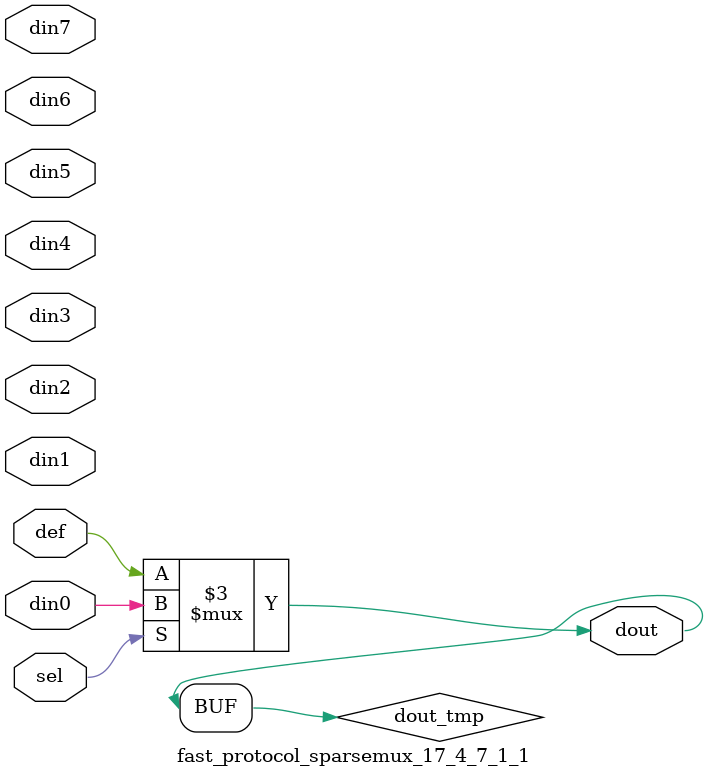
<source format=v>
`timescale 1ns / 1ps

module fast_protocol_sparsemux_17_4_7_1_1 (din0,din1,din2,din3,din4,din5,din6,din7,def,sel,dout);

parameter din0_WIDTH = 1;

parameter din1_WIDTH = 1;

parameter din2_WIDTH = 1;

parameter din3_WIDTH = 1;

parameter din4_WIDTH = 1;

parameter din5_WIDTH = 1;

parameter din6_WIDTH = 1;

parameter din7_WIDTH = 1;

parameter def_WIDTH = 1;
parameter sel_WIDTH = 1;
parameter dout_WIDTH = 1;

parameter [sel_WIDTH-1:0] CASE0 = 1;

parameter [sel_WIDTH-1:0] CASE1 = 1;

parameter [sel_WIDTH-1:0] CASE2 = 1;

parameter [sel_WIDTH-1:0] CASE3 = 1;

parameter [sel_WIDTH-1:0] CASE4 = 1;

parameter [sel_WIDTH-1:0] CASE5 = 1;

parameter [sel_WIDTH-1:0] CASE6 = 1;

parameter [sel_WIDTH-1:0] CASE7 = 1;

parameter ID = 1;
parameter NUM_STAGE = 1;



input [din0_WIDTH-1:0] din0;

input [din1_WIDTH-1:0] din1;

input [din2_WIDTH-1:0] din2;

input [din3_WIDTH-1:0] din3;

input [din4_WIDTH-1:0] din4;

input [din5_WIDTH-1:0] din5;

input [din6_WIDTH-1:0] din6;

input [din7_WIDTH-1:0] din7;

input [def_WIDTH-1:0] def;
input [sel_WIDTH-1:0] sel;

output [dout_WIDTH-1:0] dout;



reg [dout_WIDTH-1:0] dout_tmp;


always @ (*) begin
(* parallel_case *) case (sel)
    
    CASE0 : dout_tmp = din0;
    
    CASE1 : dout_tmp = din1;
    
    CASE2 : dout_tmp = din2;
    
    CASE3 : dout_tmp = din3;
    
    CASE4 : dout_tmp = din4;
    
    CASE5 : dout_tmp = din5;
    
    CASE6 : dout_tmp = din6;
    
    CASE7 : dout_tmp = din7;
    
    default : dout_tmp = def;
endcase
end


assign dout = dout_tmp;



endmodule

</source>
